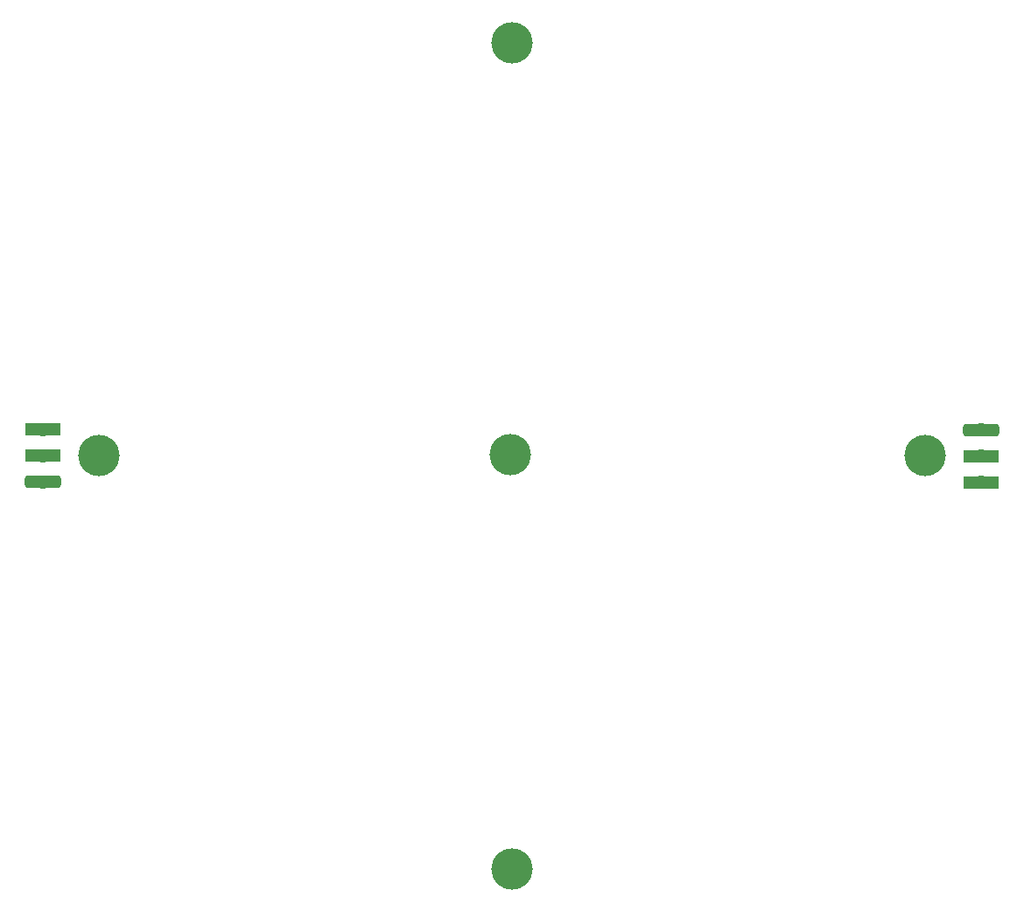
<source format=gbl>
G04*
G04 #@! TF.GenerationSoftware,Altium Limited,Altium Designer,21.0.9 (235)*
G04*
G04 Layer_Physical_Order=2*
G04 Layer_Color=16711680*
%FSLAX44Y44*%
%MOMM*%
G71*
G04*
G04 #@! TF.SameCoordinates,6A93C8F3-5C18-4511-93CB-E3484D982C44*
G04*
G04*
G04 #@! TF.FilePolarity,Positive*
G04*
G01*
G75*
%ADD16R,3.5000X1.2000*%
G04:AMPARAMS|DCode=17|XSize=1.2mm|YSize=3.5mm|CornerRadius=0.3mm|HoleSize=0mm|Usage=FLASHONLY|Rotation=90.000|XOffset=0mm|YOffset=0mm|HoleType=Round|Shape=RoundedRectangle|*
%AMROUNDEDRECTD17*
21,1,1.2000,2.9000,0,0,90.0*
21,1,0.6000,3.5000,0,0,90.0*
1,1,0.6000,1.4500,0.3000*
1,1,0.6000,1.4500,-0.3000*
1,1,0.6000,-1.4500,-0.3000*
1,1,0.6000,-1.4500,0.3000*
%
%ADD17ROUNDEDRECTD17*%
%ADD28C,4.0000*%
%ADD29C,1.2700*%
D16*
X953984Y499598D02*
D03*
Y474198D02*
D03*
X46016Y500401D02*
D03*
Y525801D02*
D03*
D17*
X953984Y524998D02*
D03*
X46016Y475001D02*
D03*
D28*
X498000Y501000D02*
D03*
X500000Y900000D02*
D03*
Y100000D02*
D03*
X900000Y500000D02*
D03*
X100000D02*
D03*
D29*
X953984Y475002D02*
D03*
Y500402D02*
D03*
Y525802D02*
D03*
X46016Y474198D02*
D03*
Y499598D02*
D03*
Y524998D02*
D03*
M02*

</source>
